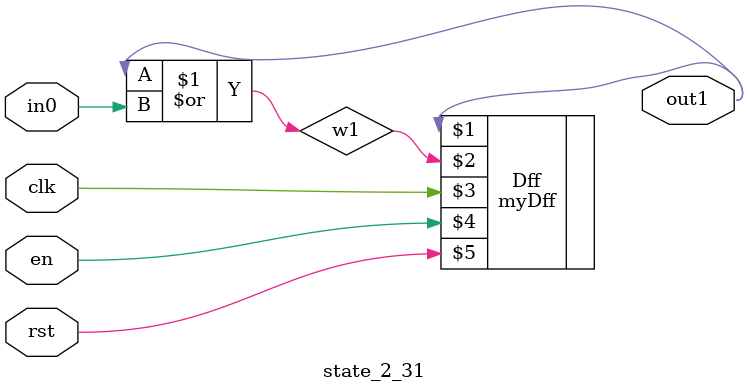
<source format=v>
module engine_2(out,clk,sod,en, in_2_0, in_2_1, in_2_2, in_2_3, in_2_5, in_2_7, in_2_10, in_2_12, in_2_13, in_2_15, in_2_16, in_2_18, in_2_21, in_2_22, in_2_23, in_2_24, in_2_25);
//pcre: /l°i°b°M°a°n°a°g°e°r°\x2E°d°l°l°\x5E°g°e°t°(d°r°i°v°e°s|f°i°l°e°s)°\x2A/smi
//block char: a[0], d[1], v[2], n[3], e[5], s[7], r[10], t[12], f[13], l[15], M[16], i[18], b[21], g[22], \x2E[23], \x5E[24], \x2A[25], 

	input clk,sod,en;

	input in_2_0, in_2_1, in_2_2, in_2_3, in_2_5, in_2_7, in_2_10, in_2_12, in_2_13, in_2_15, in_2_16, in_2_18, in_2_21, in_2_22, in_2_23, in_2_24, in_2_25;
	output out;


	state_2_0 St_0 (y1,1'b0,clk,en,sod);
	assign w0 = ~y1;
	state_2_1 BS_2_1 (w1,in_2_15,clk,en,sod,w0);
	state_2_2 BS_2_2 (w2,in_2_18,clk,en,sod,w1);
	state_2_3 BS_2_3 (w3,in_2_21,clk,en,sod,w2);
	state_2_4 BS_2_4 (w4,in_2_16,clk,en,sod,w3);
	state_2_5 BS_2_5 (w5,in_2_0,clk,en,sod,w4);
	state_2_6 BS_2_6 (w6,in_2_3,clk,en,sod,w5);
	state_2_7 BS_2_7 (w7,in_2_0,clk,en,sod,w6);
	state_2_8 BS_2_8 (w8,in_2_22,clk,en,sod,w7);
	state_2_9 BS_2_9 (w9,in_2_5,clk,en,sod,w8);
	state_2_10 BS_2_10 (w10,in_2_10,clk,en,sod,w9);
	state_2_11 BS_2_11 (w11,in_2_23,clk,en,sod,w10);
	state_2_12 BS_2_12 (w12,in_2_1,clk,en,sod,w11);
	state_2_13 BS_2_13 (w13,in_2_15,clk,en,sod,w12);
	state_2_14 BS_2_14 (w14,in_2_15,clk,en,sod,w13);
	state_2_15 BS_2_15 (w15,in_2_24,clk,en,sod,w14);
	state_2_16 BS_2_16 (w16,in_2_22,clk,en,sod,w15);
	state_2_17 BS_2_17 (w17,in_2_5,clk,en,sod,w16);
	state_2_18 BS_2_18 (w18,in_2_12,clk,en,sod,w17);
	state_2_19 BS_2_19 (w19,in_2_1,clk,en,sod,w18);
	state_2_20 BS_2_20 (w20,in_2_10,clk,en,sod,w19);
	state_2_21 BS_2_21 (w21,in_2_18,clk,en,sod,w20);
	state_2_22 BS_2_22 (w22,in_2_2,clk,en,sod,w21);
	state_2_23 BS_2_23 (w23,in_2_5,clk,en,sod,w22);
	state_2_24 BS_2_24 (w24,in_2_7,clk,en,sod,w23);
	state_2_25 BS_2_25 (w25,in_2_25,clk,en,sod,w24,w30);
	state_2_26 BS_2_26 (w26,in_2_13,clk,en,sod,w18);
	state_2_27 BS_2_27 (w27,in_2_18,clk,en,sod,w26);
	state_2_28 BS_2_28 (w28,in_2_15,clk,en,sod,w27);
	state_2_29 BS_2_29 (w29,in_2_5,clk,en,sod,w28);
	state_2_30 BS_2_30 (w30,in_2_7,clk,en,sod,w29);
	state_2_31 BS_2_31 (out,clk,en,sod,w25);
endmodule

module state_2_0(out1,in1,clk,en,rst);
	input in1,clk,rst,en;
	output out1;
	myDff Dff (out1,in1,clk,en,rst);
endmodule

module state_2_1(out1,in_char,clk,en,rst,in0);
	input in_char,clk,en,rst,in0;
	output out1;
	wire w1,w2;
	assign w1 = in0; 
	and(w2,in_char,w1);
	myDff Dff (out1,w2,clk,en,rst);
endmodule

module state_2_2(out1,in_char,clk,en,rst,in0);
	input in_char,clk,en,rst,in0;
	output out1;
	wire w1,w2;
	assign w1 = in0; 
	and(w2,in_char,w1);
	myDff Dff (out1,w2,clk,en,rst);
endmodule

module state_2_3(out1,in_char,clk,en,rst,in0);
	input in_char,clk,en,rst,in0;
	output out1;
	wire w1,w2;
	assign w1 = in0; 
	and(w2,in_char,w1);
	myDff Dff (out1,w2,clk,en,rst);
endmodule

module state_2_4(out1,in_char,clk,en,rst,in0);
	input in_char,clk,en,rst,in0;
	output out1;
	wire w1,w2;
	assign w1 = in0; 
	and(w2,in_char,w1);
	myDff Dff (out1,w2,clk,en,rst);
endmodule

module state_2_5(out1,in_char,clk,en,rst,in0);
	input in_char,clk,en,rst,in0;
	output out1;
	wire w1,w2;
	assign w1 = in0; 
	and(w2,in_char,w1);
	myDff Dff (out1,w2,clk,en,rst);
endmodule

module state_2_6(out1,in_char,clk,en,rst,in0);
	input in_char,clk,en,rst,in0;
	output out1;
	wire w1,w2;
	assign w1 = in0; 
	and(w2,in_char,w1);
	myDff Dff (out1,w2,clk,en,rst);
endmodule

module state_2_7(out1,in_char,clk,en,rst,in0);
	input in_char,clk,en,rst,in0;
	output out1;
	wire w1,w2;
	assign w1 = in0; 
	and(w2,in_char,w1);
	myDff Dff (out1,w2,clk,en,rst);
endmodule

module state_2_8(out1,in_char,clk,en,rst,in0);
	input in_char,clk,en,rst,in0;
	output out1;
	wire w1,w2;
	assign w1 = in0; 
	and(w2,in_char,w1);
	myDff Dff (out1,w2,clk,en,rst);
endmodule

module state_2_9(out1,in_char,clk,en,rst,in0);
	input in_char,clk,en,rst,in0;
	output out1;
	wire w1,w2;
	assign w1 = in0; 
	and(w2,in_char,w1);
	myDff Dff (out1,w2,clk,en,rst);
endmodule

module state_2_10(out1,in_char,clk,en,rst,in0);
	input in_char,clk,en,rst,in0;
	output out1;
	wire w1,w2;
	assign w1 = in0; 
	and(w2,in_char,w1);
	myDff Dff (out1,w2,clk,en,rst);
endmodule

module state_2_11(out1,in_char,clk,en,rst,in0);
	input in_char,clk,en,rst,in0;
	output out1;
	wire w1,w2;
	assign w1 = in0; 
	and(w2,in_char,w1);
	myDff Dff (out1,w2,clk,en,rst);
endmodule

module state_2_12(out1,in_char,clk,en,rst,in0);
	input in_char,clk,en,rst,in0;
	output out1;
	wire w1,w2;
	assign w1 = in0; 
	and(w2,in_char,w1);
	myDff Dff (out1,w2,clk,en,rst);
endmodule

module state_2_13(out1,in_char,clk,en,rst,in0);
	input in_char,clk,en,rst,in0;
	output out1;
	wire w1,w2;
	assign w1 = in0; 
	and(w2,in_char,w1);
	myDff Dff (out1,w2,clk,en,rst);
endmodule

module state_2_14(out1,in_char,clk,en,rst,in0);
	input in_char,clk,en,rst,in0;
	output out1;
	wire w1,w2;
	assign w1 = in0; 
	and(w2,in_char,w1);
	myDff Dff (out1,w2,clk,en,rst);
endmodule

module state_2_15(out1,in_char,clk,en,rst,in0);
	input in_char,clk,en,rst,in0;
	output out1;
	wire w1,w2;
	assign w1 = in0; 
	and(w2,in_char,w1);
	myDff Dff (out1,w2,clk,en,rst);
endmodule

module state_2_16(out1,in_char,clk,en,rst,in0);
	input in_char,clk,en,rst,in0;
	output out1;
	wire w1,w2;
	assign w1 = in0; 
	and(w2,in_char,w1);
	myDff Dff (out1,w2,clk,en,rst);
endmodule

module state_2_17(out1,in_char,clk,en,rst,in0);
	input in_char,clk,en,rst,in0;
	output out1;
	wire w1,w2;
	assign w1 = in0; 
	and(w2,in_char,w1);
	myDff Dff (out1,w2,clk,en,rst);
endmodule

module state_2_18(out1,in_char,clk,en,rst,in0);
	input in_char,clk,en,rst,in0;
	output out1;
	wire w1,w2;
	assign w1 = in0; 
	and(w2,in_char,w1);
	myDff Dff (out1,w2,clk,en,rst);
endmodule

module state_2_19(out1,in_char,clk,en,rst,in0);
	input in_char,clk,en,rst,in0;
	output out1;
	wire w1,w2;
	assign w1 = in0; 
	and(w2,in_char,w1);
	myDff Dff (out1,w2,clk,en,rst);
endmodule

module state_2_20(out1,in_char,clk,en,rst,in0);
	input in_char,clk,en,rst,in0;
	output out1;
	wire w1,w2;
	assign w1 = in0; 
	and(w2,in_char,w1);
	myDff Dff (out1,w2,clk,en,rst);
endmodule

module state_2_21(out1,in_char,clk,en,rst,in0);
	input in_char,clk,en,rst,in0;
	output out1;
	wire w1,w2;
	assign w1 = in0; 
	and(w2,in_char,w1);
	myDff Dff (out1,w2,clk,en,rst);
endmodule

module state_2_22(out1,in_char,clk,en,rst,in0);
	input in_char,clk,en,rst,in0;
	output out1;
	wire w1,w2;
	assign w1 = in0; 
	and(w2,in_char,w1);
	myDff Dff (out1,w2,clk,en,rst);
endmodule

module state_2_23(out1,in_char,clk,en,rst,in0);
	input in_char,clk,en,rst,in0;
	output out1;
	wire w1,w2;
	assign w1 = in0; 
	and(w2,in_char,w1);
	myDff Dff (out1,w2,clk,en,rst);
endmodule

module state_2_24(out1,in_char,clk,en,rst,in0);
	input in_char,clk,en,rst,in0;
	output out1;
	wire w1,w2;
	assign w1 = in0; 
	and(w2,in_char,w1);
	myDff Dff (out1,w2,clk,en,rst);
endmodule

module state_2_25(out1,in_char,clk,en,rst,in0,in1);
	input in_char,clk,en,rst,in0,in1;
	output out1;
	wire w1,w2;
	or(w1,in0,in1);
	and(w2,in_char,w1);
	myDff Dff (out1,w2,clk,en,rst);
endmodule

module state_2_26(out1,in_char,clk,en,rst,in0);
	input in_char,clk,en,rst,in0;
	output out1;
	wire w1,w2;
	assign w1 = in0; 
	and(w2,in_char,w1);
	myDff Dff (out1,w2,clk,en,rst);
endmodule

module state_2_27(out1,in_char,clk,en,rst,in0);
	input in_char,clk,en,rst,in0;
	output out1;
	wire w1,w2;
	assign w1 = in0; 
	and(w2,in_char,w1);
	myDff Dff (out1,w2,clk,en,rst);
endmodule

module state_2_28(out1,in_char,clk,en,rst,in0);
	input in_char,clk,en,rst,in0;
	output out1;
	wire w1,w2;
	assign w1 = in0; 
	and(w2,in_char,w1);
	myDff Dff (out1,w2,clk,en,rst);
endmodule

module state_2_29(out1,in_char,clk,en,rst,in0);
	input in_char,clk,en,rst,in0;
	output out1;
	wire w1,w2;
	assign w1 = in0; 
	and(w2,in_char,w1);
	myDff Dff (out1,w2,clk,en,rst);
endmodule

module state_2_30(out1,in_char,clk,en,rst,in0);
	input in_char,clk,en,rst,in0;
	output out1;
	wire w1,w2;
	assign w1 = in0; 
	and(w2,in_char,w1);
	myDff Dff (out1,w2,clk,en,rst);
endmodule

module state_2_31(out1,clk,en,rst,in0);
	input clk,rst,en,in0;
	output out1;
	wire w1;
	or(w1,out1,in0);
	myDff Dff (out1,w1,clk,en,rst);
endmodule


</source>
